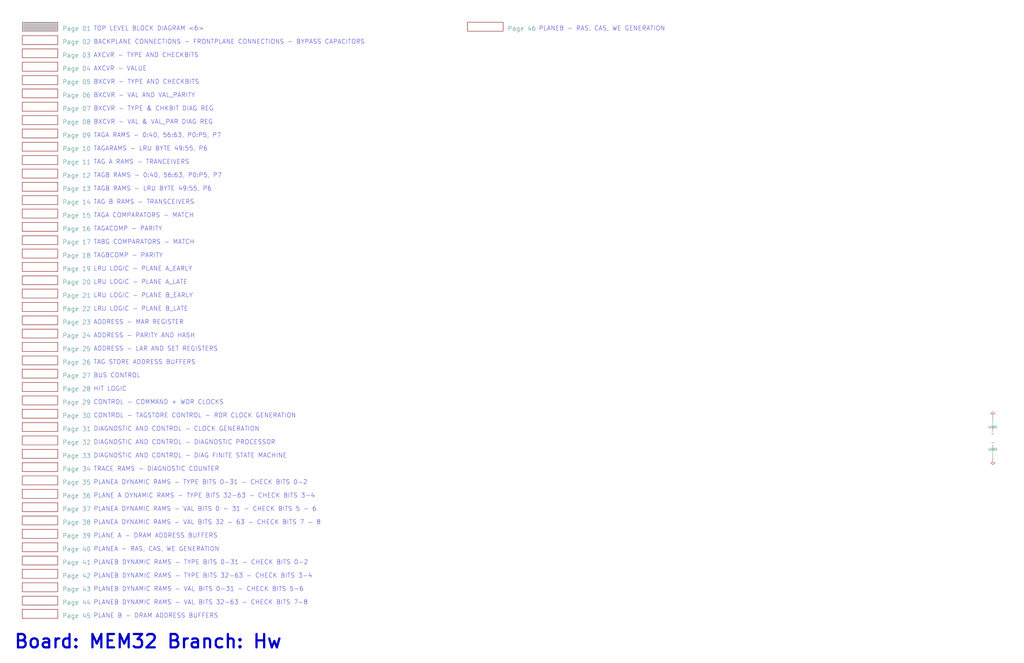
<source format=kicad_sch>
(kicad_sch (version 20230121) (generator eeschema)
  (paper "User" 584.2 378.46)
  (title_block (title "MEM32 Main"))
  (lib_symbols
    (symbol "r1000:PD" (power) (pin_numbers hide) (pin_names hide) (in_bom no)
      (symbol "PD_0_1"
        (polyline (pts (xy 0 -2.54) (xy 1.27 -2.54) (xy 0 -3.81) (xy -1.27 -2.54) (xy 0 -2.54)) (stroke (width 0.1524)))
      )
      (symbol "PD_1_1"
        (pin power_in line (at 0 0 270) (length 2.54) (name "PD") (number "1"))
      )
    )
    (symbol "r1000:PU" (power) (pin_numbers hide) (pin_names hide)
      (symbol "PU_0_1"
        (polyline (pts (xy 0 2.54) (xy -1.27 2.54) (xy 0 3.81) (xy 1.27 2.54) (xy 0 2.54)) (stroke (width 0.1524)))
      )
      (symbol "PU_1_1"
        (pin power_in line (at 0 0 90) (length 2.54) (name "PU") (number "1"))
      )
    )
    (symbol "r1000:Pull_Down" (pin_numbers hide) (pin_names hide)
      (property "Reference" "U" (at 0 0 0))
      (property "Value" "Pull_Down" (at 0 3.81 0))
      (symbol "Pull_Down_1_1"
        (pin power_out line (at 0 0 90) (length 2.54) (name "Out") (number "1"))
      )
    )
    (symbol "r1000:Pull_Up" (pin_numbers hide) (pin_names hide)
      (property "Reference" "U" (at 0 0 0))
      (property "Value" "Pull_Up" (at 0 -3.81 0))
      (symbol "Pull_Up_1_1"
        (pin power_out line (at 0 0 270) (length 2.54) (name "Out") (number "1"))
      )
    )
  )
  (wire (pts (xy 566.42 256.54) (xy 566.42 261.62)))
  (wire (pts (xy 566.42 238.76) (xy 566.42 243.84)))
  (text "TABG COMPARATORS - MATCH" (at 53.34 139.7 0) (effects (font (size 2.54 2.54)) (justify left bottom)))
  (text "TAGA COMPARATORS - MATCH" (at 53.34 124.46 0) (effects (font (size 2.54 2.54)) (justify left bottom)))
  (text "ADDRESS - PARITY AND HASH" (at 53.34 193.04 0) (effects (font (size 2.54 2.54)) (justify left bottom)))
  (text "PLANE A - DRAM ADDRESS BUFFERS" (at 53.34 307.34 0) (effects (font (size 2.54 2.54)) (justify left bottom)))
  (text "BXCVR - VAL & VAL_PAR DIAG REG" (at 53.34 71.12 0) (effects (font (size 2.54 2.54)) (justify left bottom)))
  (text "BACKPLANE CONNECTIONS - FRONTPLANE CONNECTIONS - BYPASS CAPACITORS" (at 53.34 25.4 0) (effects (font (size 2.54 2.54)) (justify left bottom)))
  (text "AXCVR - VALUE" (at 53.34 40.64 0) (effects (font (size 2.54 2.54)) (justify left bottom)))
  (text "CONTROL - COMMAND + WDR CLOCKS" (at 53.34 231.14 0) (effects (font (size 2.54 2.54)) (justify left bottom)))
  (text "PLANE B - DRAM ADDRESS BUFFERS" (at 53.34 353.06 0) (effects (font (size 2.54 2.54)) (justify left bottom)))
  (text "BXCVR - VAL AND VAL_PARITY" (at 53.34 55.88 0) (effects (font (size 2.54 2.54)) (justify left bottom)))
  (text "Board: MEM32 Branch: Hw" (at 7.62 370.84 0) (effects (font (size 7.62 7.62) (thickness 1.27) bold) (justify left bottom)))
  (text "TAG B RAMS - TRANSCEIVERS" (at 53.34 116.84 0) (effects (font (size 2.54 2.54)) (justify left bottom)))
  (text "PLANEA DYNAMIC RAMS - TYPE BITS 0-31 - CHECK BITS 0-2" (at 53.34 276.86 0) (effects (font (size 2.54 2.54)) (justify left bottom)))
  (text "CONTROL - TAGSTORE CONTROL - RDR CLOCK GENERATION" (at 53.34 238.76 0) (effects (font (size 2.54 2.54)) (justify left bottom)))
  (text "AXCVR - TYPE AND CHECKBITS" (at 53.34 33.02 0) (effects (font (size 2.54 2.54)) (justify left bottom)))
  (text "LRU LOGIC - PLANE A_LATE" (at 53.34 162.56 0) (effects (font (size 2.54 2.54)) (justify left bottom)))
  (text "BUS CONTROL" (at 53.34 215.9 0) (effects (font (size 2.54 2.54)) (justify left bottom)))
  (text "DIAGNOSTIC AND CONTROL - DIAG FINITE STATE MACHINE" (at 53.34 261.62 0) (effects (font (size 2.54 2.54)) (justify left bottom)))
  (text "TAGBCOMP - PARITY" (at 53.34 147.32 0) (effects (font (size 2.54 2.54)) (justify left bottom)))
  (text "DIAGNOSTIC AND CONTROL - DIAGNOSTIC PROCESSOR" (at 53.34 254 0) (effects (font (size 2.54 2.54)) (justify left bottom)))
  (text "TAG A RAMS - TRANCEIVERS" (at 53.34 93.98 0) (effects (font (size 2.54 2.54)) (justify left bottom)))
  (text "BXCVR - TYPE AND CHECKBITS" (at 53.34 48.26 0) (effects (font (size 2.54 2.54)) (justify left bottom)))
  (text "TAGA RAMS - 0:40, 56:63, P0:P5, P7" (at 53.34 78.74 0) (effects (font (size 2.54 2.54)) (justify left bottom)))
  (text "PLANEA - RAS, CAS, WE GENERATION" (at 53.34 314.96 0) (effects (font (size 2.54 2.54)) (justify left bottom)))
  (text "LRU LOGIC - PLANE B_LATE" (at 53.34 177.8 0) (effects (font (size 2.54 2.54)) (justify left bottom)))
  (text "PLANEB DYNAMIC RAMS - VAL BITS 0-31 - CHECK BITS 5-6" (at 53.34 337.82 0) (effects (font (size 2.54 2.54)) (justify left bottom)))
  (text "TAG STORE ADDRESS BUFFERS" (at 53.34 208.28 0) (effects (font (size 2.54 2.54)) (justify left bottom)))
  (text "TAGB RAMS - LRU BYTE 49:55, P6" (at 53.34 109.22 0) (effects (font (size 2.54 2.54)) (justify left bottom)))
  (text "PLANEB - RAS, CAS, WE GENERATION" (at 307.34 17.78 0) (effects (font (size 2.54 2.54)) (justify left bottom)))
  (text "ADDRESS - MAR REGISTER" (at 53.34 185.42 0) (effects (font (size 2.54 2.54)) (justify left bottom)))
  (text "PLANEA DYNAMIC RAMS - VAL BITS 0 - 31 - CHECK BITS 5 - 6" (at 53.34 292.1 0) (effects (font (size 2.54 2.54)) (justify left bottom)))
  (text "TAGACOMP - PARITY" (at 53.34 132.08 0) (effects (font (size 2.54 2.54)) (justify left bottom)))
  (text "ADDRESS - LAR AND SET REGISTERS" (at 53.34 200.66 0) (effects (font (size 2.54 2.54)) (justify left bottom)))
  (text "PLANEB DYNAMIC RAMS - TYPE BITS 0-31 - CHECK BITS 0-2" (at 53.34 322.58 0) (effects (font (size 2.54 2.54)) (justify left bottom)))
  (text "PLANEA DYNAMIC RAMS - VAL BITS 32 - 63 - CHECK BITS 7 - 8" (at 53.34 299.72 0) (effects (font (size 2.54 2.54)) (justify left bottom)))
  (text "TAGB RAMS - 0:40, 56:63, P0:P5, P7" (at 53.34 101.6 0) (effects (font (size 2.54 2.54)) (justify left bottom)))
  (text "PLANEB DYNAMIC RAMS - TYPE BITS 32-63 - CHECK BITS 3-4" (at 53.34 330.2 0) (effects (font (size 2.54 2.54)) (justify left bottom)))
  (text "PLANEB DYNAMIC RAMS - VAL BITS 32-63 - CHECK BITS 7-8" (at 53.34 345.44 0) (effects (font (size 2.54 2.54)) (justify left bottom)))
  (text "TAGARAMS - LRU BYTE 49:55, P6" (at 53.34 86.36 0) (effects (font (size 2.54 2.54)) (justify left bottom)))
  (text "LRU LOGIC - PLANE B_EARLY" (at 53.34 170.18 0) (effects (font (size 2.54 2.54)) (justify left bottom)))
  (text "HIT LOGIC" (at 53.34 223.52 0) (effects (font (size 2.54 2.54)) (justify left bottom)))
  (text "PLANE A DYNAMIC RAMS - TYPE BITS 32-63 - CHECK BITS 3-4" (at 53.34 284.48 0) (effects (font (size 2.54 2.54)) (justify left bottom)))
  (text "TRACE RAMS - DIAGNOSTIC COUNTER" (at 53.34 269.24 0) (effects (font (size 2.54 2.54)) (justify left bottom)))
  (text "DIAGNOSTIC AND CONTROL - CLOCK GENERATION" (at 53.34 246.38 0) (effects (font (size 2.54 2.54)) (justify left bottom)))
  (text "BXCVR - TYPE & CHKBIT DIAG REG" (at 53.34 63.5 0) (effects (font (size 2.54 2.54)) (justify left bottom)))
  (text "LRU LOGIC - PLANE A_EARLY" (at 53.34 154.94 0) (effects (font (size 2.54 2.54)) (justify left bottom)))
  (text "TOP LEVEL BLOCK DIAGRAM <6>" (at 53.34 17.78 0) (effects (font (size 2.54 2.54)) (justify left bottom)))
  (symbol (lib_id "r1000:Pull_Down") (at 566.42 256.54 0) (unit 1)
    (property "Reference" "U102" (at 566.42 256.54 0))
    (property "Value" "~" (at 566.42 252.73 0) (effects (font (size 2.54 2.54))))
  )
  (symbol (lib_id "r1000:Pull_Up") (at 566.42 243.84 0) (unit 1)
    (property "Reference" "U101" (at 566.42 243.84 0))
    (property "Value" "~" (at 566.42 247.65 0) (effects (font (size 2.54 2.54))))
  )
  (symbol (lib_id "r1000:PD") (at 566.42 261.62 0) (unit 1) (in_bom no)
    (property "Reference" "#PWR0102" (effects hide))
  )
  (symbol (lib_id "r1000:PU") (at 566.42 238.76 0) (unit 1)
    (property "Reference" "#PWR0101" (effects hide))
  )
  (sheet (at 12.7 195.58) (size 20.32 5.08)
    (property "Sheetname" "Page 25" (at 35.56 200.66 0) (effects (font (size 2.54 2.54)) (justify left bottom)))
    (property "Sheetfile" "pg_25.kicad_sch" (effects hide))
  )
  (sheet (at 12.7 226.06) (size 20.32 5.08)
    (property "Sheetname" "Page 29" (at 35.56 231.14 0) (effects (font (size 2.54 2.54)) (justify left bottom)))
    (property "Sheetfile" "pg_29.kicad_sch" (effects hide))
  )
  (sheet (at 12.7 271.78) (size 20.32 5.08)
    (property "Sheetname" "Page 35" (at 35.56 276.86 0) (effects (font (size 2.54 2.54)) (justify left bottom)))
    (property "Sheetfile" "pg_35.kicad_sch" (effects hide))
  )
  (sheet (at 12.7 66.04) (size 20.32 5.08)
    (property "Sheetname" "Page 08" (at 35.56 71.12 0) (effects (font (size 2.54 2.54)) (justify left bottom)))
    (property "Sheetfile" "pg_08.kicad_sch" (effects hide))
  )
  (sheet (at 12.7 157.48) (size 20.32 5.08)
    (property "Sheetname" "Page 20" (at 35.56 162.56 0) (effects (font (size 2.54 2.54)) (justify left bottom)))
    (property "Sheetfile" "pg_20.kicad_sch" (effects hide))
  )
  (sheet (at 12.7 119.38) (size 20.32 5.08)
    (property "Sheetname" "Page 15" (at 35.56 124.46 0) (effects (font (size 2.54 2.54)) (justify left bottom)))
    (property "Sheetfile" "pg_15.kicad_sch" (effects hide))
  )
  (sheet (at 12.7 88.9) (size 20.32 5.08)
    (property "Sheetname" "Page 11" (at 35.56 93.98 0) (effects (font (size 2.54 2.54)) (justify left bottom)))
    (property "Sheetfile" "pg_11.kicad_sch" (effects hide))
  )
  (sheet (at 12.7 332.74) (size 20.32 5.08)
    (property "Sheetname" "Page 43" (at 35.56 337.82 0) (effects (font (size 2.54 2.54)) (justify left bottom)))
    (property "Sheetfile" "pg_43.kicad_sch" (effects hide))
  )
  (sheet (at 12.7 218.44) (size 20.32 5.08)
    (property "Sheetname" "Page 28" (at 35.56 223.52 0) (effects (font (size 2.54 2.54)) (justify left bottom)))
    (property "Sheetfile" "pg_28.kicad_sch" (effects hide))
  )
  (sheet (at 12.7 172.72) (size 20.32 5.08)
    (property "Sheetname" "Page 22" (at 35.56 177.8 0) (effects (font (size 2.54 2.54)) (justify left bottom)))
    (property "Sheetfile" "pg_22.kicad_sch" (effects hide))
  )
  (sheet (at 12.7 111.76) (size 20.32 5.08)
    (property "Sheetname" "Page 14" (at 35.56 116.84 0) (effects (font (size 2.54 2.54)) (justify left bottom)))
    (property "Sheetfile" "pg_14.kicad_sch" (effects hide))
  )
  (sheet (at 12.7 317.5) (size 20.32 5.08)
    (property "Sheetname" "Page 41" (at 35.56 322.58 0) (effects (font (size 2.54 2.54)) (justify left bottom)))
    (property "Sheetfile" "pg_41.kicad_sch" (effects hide))
  )
  (sheet (at 12.7 165.1) (size 20.32 5.08)
    (property "Sheetname" "Page 21" (at 35.56 170.18 0) (effects (font (size 2.54 2.54)) (justify left bottom)))
    (property "Sheetfile" "pg_21.kicad_sch" (effects hide))
  )
  (sheet (at 12.7 325.12) (size 20.32 5.08)
    (property "Sheetname" "Page 42" (at 35.56 330.2 0) (effects (font (size 2.54 2.54)) (justify left bottom)))
    (property "Sheetfile" "pg_42.kicad_sch" (effects hide))
  )
  (sheet (at 12.7 73.66) (size 20.32 5.08)
    (property "Sheetname" "Page 09" (at 35.56 78.74 0) (effects (font (size 2.54 2.54)) (justify left bottom)))
    (property "Sheetfile" "pg_09.kicad_sch" (effects hide))
  )
  (sheet (at 12.7 347.98) (size 20.32 5.08)
    (property "Sheetname" "Page 45" (at 35.56 353.06 0) (effects (font (size 2.54 2.54)) (justify left bottom)))
    (property "Sheetfile" "pg_45.kicad_sch" (effects hide))
  )
  (sheet (at 12.7 12.7) (size 20.32 5.08) (fill (color 192 192 192 1.0000))
    (property "Sheetname" "Page 01" (at 35.56 17.78 0) (effects (font (size 2.54 2.54)) (justify left bottom)))
    (property "Sheetfile" "pg_01.kicad_sch" (effects hide))
  )
  (sheet (at 12.7 20.32) (size 20.32 5.08)
    (property "Sheetname" "Page 02" (at 35.56 25.4 0) (effects (font (size 2.54 2.54)) (justify left bottom)))
    (property "Sheetfile" "pg_02.kicad_sch" (effects hide))
  )
  (sheet (at 12.7 142.24) (size 20.32 5.08)
    (property "Sheetname" "Page 18" (at 35.56 147.32 0) (effects (font (size 2.54 2.54)) (justify left bottom)))
    (property "Sheetfile" "pg_18.kicad_sch" (effects hide))
  )
  (sheet (at 12.7 294.64) (size 20.32 5.08)
    (property "Sheetname" "Page 38" (at 35.56 299.72 0) (effects (font (size 2.54 2.54)) (justify left bottom)))
    (property "Sheetfile" "pg_38.kicad_sch" (effects hide))
  )
  (sheet (at 12.7 149.86) (size 20.32 5.08)
    (property "Sheetname" "Page 19" (at 35.56 154.94 0) (effects (font (size 2.54 2.54)) (justify left bottom)))
    (property "Sheetfile" "pg_19.kicad_sch" (effects hide))
  )
  (sheet (at 12.7 180.34) (size 20.32 5.08)
    (property "Sheetname" "Page 23" (at 35.56 185.42 0) (effects (font (size 2.54 2.54)) (justify left bottom)))
    (property "Sheetfile" "pg_23.kicad_sch" (effects hide))
  )
  (sheet (at 12.7 287.02) (size 20.32 5.08)
    (property "Sheetname" "Page 37" (at 35.56 292.1 0) (effects (font (size 2.54 2.54)) (justify left bottom)))
    (property "Sheetfile" "pg_37.kicad_sch" (effects hide))
  )
  (sheet (at 12.7 27.94) (size 20.32 5.08)
    (property "Sheetname" "Page 03" (at 35.56 33.02 0) (effects (font (size 2.54 2.54)) (justify left bottom)))
    (property "Sheetfile" "pg_03.kicad_sch" (effects hide))
  )
  (sheet (at 12.7 233.68) (size 20.32 5.08)
    (property "Sheetname" "Page 30" (at 35.56 238.76 0) (effects (font (size 2.54 2.54)) (justify left bottom)))
    (property "Sheetfile" "pg_30.kicad_sch" (effects hide))
  )
  (sheet (at 12.7 264.16) (size 20.32 5.08)
    (property "Sheetname" "Page 34" (at 35.56 269.24 0) (effects (font (size 2.54 2.54)) (justify left bottom)))
    (property "Sheetfile" "pg_34.kicad_sch" (effects hide))
  )
  (sheet (at 12.7 187.96) (size 20.32 5.08)
    (property "Sheetname" "Page 24" (at 35.56 193.04 0) (effects (font (size 2.54 2.54)) (justify left bottom)))
    (property "Sheetfile" "pg_24.kicad_sch" (effects hide))
  )
  (sheet (at 12.7 256.54) (size 20.32 5.08)
    (property "Sheetname" "Page 33" (at 35.56 261.62 0) (effects (font (size 2.54 2.54)) (justify left bottom)))
    (property "Sheetfile" "pg_33.kicad_sch" (effects hide))
  )
  (sheet (at 12.7 134.62) (size 20.32 5.08)
    (property "Sheetname" "Page 17" (at 35.56 139.7 0) (effects (font (size 2.54 2.54)) (justify left bottom)))
    (property "Sheetfile" "pg_17.kicad_sch" (effects hide))
  )
  (sheet (at 12.7 58.42) (size 20.32 5.08)
    (property "Sheetname" "Page 07" (at 35.56 63.5 0) (effects (font (size 2.54 2.54)) (justify left bottom)))
    (property "Sheetfile" "pg_07.kicad_sch" (effects hide))
  )
  (sheet (at 12.7 241.3) (size 20.32 5.08)
    (property "Sheetname" "Page 31" (at 35.56 246.38 0) (effects (font (size 2.54 2.54)) (justify left bottom)))
    (property "Sheetfile" "pg_31.kicad_sch" (effects hide))
  )
  (sheet (at 12.7 302.26) (size 20.32 5.08)
    (property "Sheetname" "Page 39" (at 35.56 307.34 0) (effects (font (size 2.54 2.54)) (justify left bottom)))
    (property "Sheetfile" "pg_39.kicad_sch" (effects hide))
  )
  (sheet (at 12.7 43.18) (size 20.32 5.08)
    (property "Sheetname" "Page 05" (at 35.56 48.26 0) (effects (font (size 2.54 2.54)) (justify left bottom)))
    (property "Sheetfile" "pg_05.kicad_sch" (effects hide))
  )
  (sheet (at 12.7 127) (size 20.32 5.08)
    (property "Sheetname" "Page 16" (at 35.56 132.08 0) (effects (font (size 2.54 2.54)) (justify left bottom)))
    (property "Sheetfile" "pg_16.kicad_sch" (effects hide))
  )
  (sheet (at 12.7 279.4) (size 20.32 5.08)
    (property "Sheetname" "Page 36" (at 35.56 284.48 0) (effects (font (size 2.54 2.54)) (justify left bottom)))
    (property "Sheetfile" "pg_36.kicad_sch" (effects hide))
  )
  (sheet (at 12.7 81.28) (size 20.32 5.08)
    (property "Sheetname" "Page 10" (at 35.56 86.36 0) (effects (font (size 2.54 2.54)) (justify left bottom)))
    (property "Sheetfile" "pg_10.kicad_sch" (effects hide))
  )
  (sheet (at 12.7 50.8) (size 20.32 5.08)
    (property "Sheetname" "Page 06" (at 35.56 55.88 0) (effects (font (size 2.54 2.54)) (justify left bottom)))
    (property "Sheetfile" "pg_06.kicad_sch" (effects hide))
  )
  (sheet (at 12.7 104.14) (size 20.32 5.08)
    (property "Sheetname" "Page 13" (at 35.56 109.22 0) (effects (font (size 2.54 2.54)) (justify left bottom)))
    (property "Sheetfile" "pg_13.kicad_sch" (effects hide))
  )
  (sheet (at 12.7 210.82) (size 20.32 5.08)
    (property "Sheetname" "Page 27" (at 35.56 215.9 0) (effects (font (size 2.54 2.54)) (justify left bottom)))
    (property "Sheetfile" "pg_27.kicad_sch" (effects hide))
  )
  (sheet (at 12.7 248.92) (size 20.32 5.08)
    (property "Sheetname" "Page 32" (at 35.56 254 0) (effects (font (size 2.54 2.54)) (justify left bottom)))
    (property "Sheetfile" "pg_32.kicad_sch" (effects hide))
  )
  (sheet (at 266.7 12.7) (size 20.32 5.08)
    (property "Sheetname" "Page 46" (at 289.56 17.78 0) (effects (font (size 2.54 2.54)) (justify left bottom)))
    (property "Sheetfile" "pg_46.kicad_sch" (effects hide))
  )
  (sheet (at 12.7 96.52) (size 20.32 5.08)
    (property "Sheetname" "Page 12" (at 35.56 101.6 0) (effects (font (size 2.54 2.54)) (justify left bottom)))
    (property "Sheetfile" "pg_12.kicad_sch" (effects hide))
  )
  (sheet (at 12.7 309.88) (size 20.32 5.08)
    (property "Sheetname" "Page 40" (at 35.56 314.96 0) (effects (font (size 2.54 2.54)) (justify left bottom)))
    (property "Sheetfile" "pg_40.kicad_sch" (effects hide))
  )
  (sheet (at 12.7 35.56) (size 20.32 5.08)
    (property "Sheetname" "Page 04" (at 35.56 40.64 0) (effects (font (size 2.54 2.54)) (justify left bottom)))
    (property "Sheetfile" "pg_04.kicad_sch" (effects hide))
  )
  (sheet (at 12.7 203.2) (size 20.32 5.08)
    (property "Sheetname" "Page 26" (at 35.56 208.28 0) (effects (font (size 2.54 2.54)) (justify left bottom)))
    (property "Sheetfile" "pg_26.kicad_sch" (effects hide))
  )
  (sheet (at 12.7 340.36) (size 20.32 5.08)
    (property "Sheetname" "Page 44" (at 35.56 345.44 0) (effects (font (size 2.54 2.54)) (justify left bottom)))
    (property "Sheetfile" "pg_44.kicad_sch" (effects hide))
  )
)
</source>
